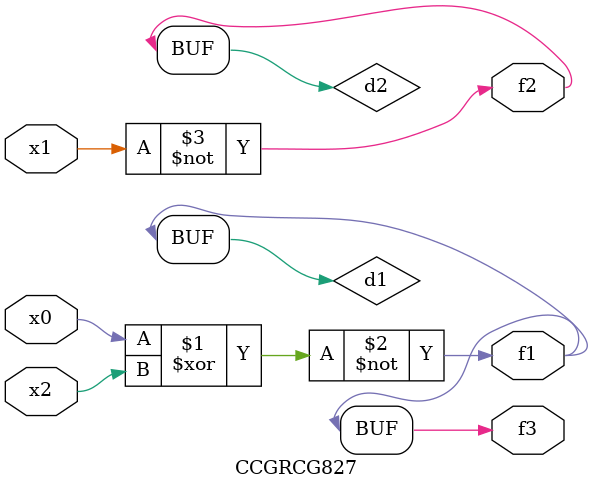
<source format=v>
module CCGRCG827(
	input x0, x1, x2,
	output f1, f2, f3
);

	wire d1, d2, d3;

	xnor (d1, x0, x2);
	nand (d2, x1);
	nor (d3, x1, x2);
	assign f1 = d1;
	assign f2 = d2;
	assign f3 = d1;
endmodule

</source>
